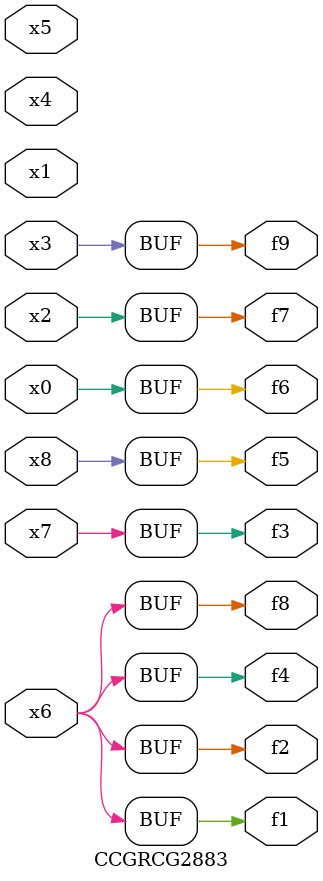
<source format=v>
module CCGRCG2883(
	input x0, x1, x2, x3, x4, x5, x6, x7, x8,
	output f1, f2, f3, f4, f5, f6, f7, f8, f9
);
	assign f1 = x6;
	assign f2 = x6;
	assign f3 = x7;
	assign f4 = x6;
	assign f5 = x8;
	assign f6 = x0;
	assign f7 = x2;
	assign f8 = x6;
	assign f9 = x3;
endmodule

</source>
